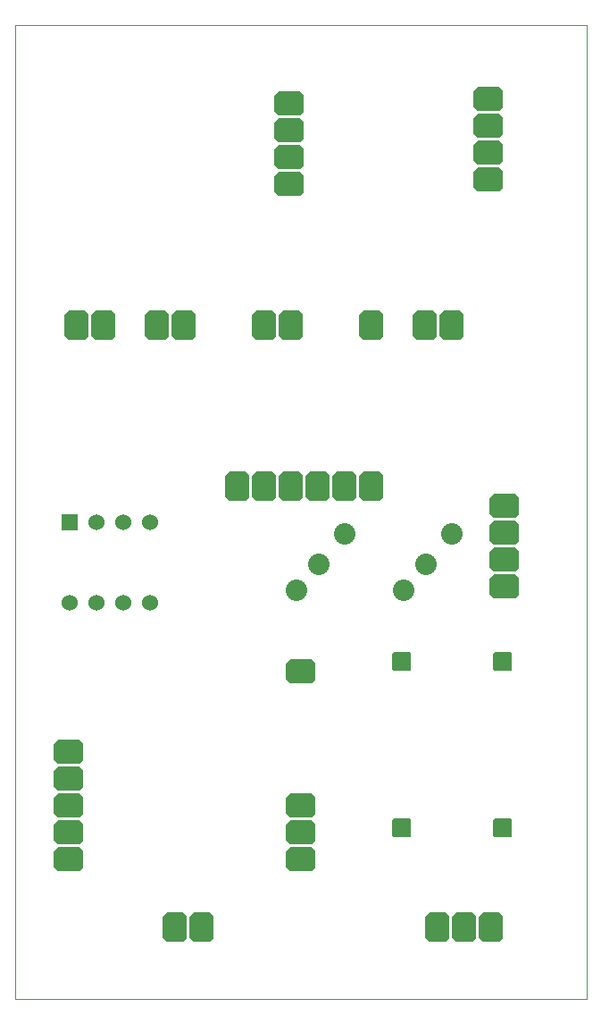
<source format=gbr>
G04 PROTEUS GERBER X2 FILE*
%TF.GenerationSoftware,Labcenter,Proteus,8.15-SP1-Build34318*%
%TF.CreationDate,2024-01-08T11:51:49+00:00*%
%TF.FileFunction,Soldermask,Bot*%
%TF.FilePolarity,Negative*%
%TF.Part,Single*%
%TF.SameCoordinates,{48404f31-340f-4c03-a89b-c5ec1aaa3b79}*%
%FSLAX45Y45*%
%MOMM*%
G01*
%AMPPAD009*
4,1,8,
-1.397000,0.763800,
-1.397000,-0.763800,
-1.017800,-1.143000,
1.017800,-1.143000,
1.397000,-0.763800,
1.397000,0.763800,
1.017800,1.143000,
-1.017800,1.143000,
-1.397000,0.763800,
0*%
%TA.AperFunction,Material*%
%ADD19PPAD009*%
%AMPPAD010*
4,1,8,
0.763800,1.397000,
-0.763800,1.397000,
-1.143000,1.017800,
-1.143000,-1.017800,
-0.763800,-1.397000,
0.763800,-1.397000,
1.143000,-1.017800,
1.143000,1.017800,
0.763800,1.397000,
0*%
%TA.AperFunction,Material*%
%ADD70PPAD010*%
%TA.AperFunction,Material*%
%ADD71C,2.032000*%
%AMPPAD012*
4,1,36,
-0.635000,-0.762000,
0.635000,-0.762000,
0.660970,-0.759470,
0.684980,-0.752200,
0.706580,-0.740650,
0.725290,-0.725290,
0.740650,-0.706570,
0.752200,-0.684980,
0.759470,-0.660970,
0.762000,-0.635000,
0.762000,0.635000,
0.759470,0.660970,
0.752200,0.684980,
0.740650,0.706570,
0.725290,0.725290,
0.706580,0.740650,
0.684980,0.752200,
0.660970,0.759470,
0.635000,0.762000,
-0.635000,0.762000,
-0.660970,0.759470,
-0.684980,0.752200,
-0.706580,0.740650,
-0.725290,0.725290,
-0.740650,0.706570,
-0.752200,0.684980,
-0.759470,0.660970,
-0.762000,0.635000,
-0.762000,-0.635000,
-0.759470,-0.660970,
-0.752200,-0.684980,
-0.740650,-0.706570,
-0.725290,-0.725290,
-0.706580,-0.740650,
-0.684980,-0.752200,
-0.660970,-0.759470,
-0.635000,-0.762000,
0*%
%TA.AperFunction,Material*%
%ADD20PPAD012*%
%ADD21C,1.524000*%
%AMPPAD014*
4,1,36,
0.889000,-0.762000,
0.889000,0.762000,
0.886470,0.787970,
0.879200,0.811980,
0.867650,0.833580,
0.852290,0.852290,
0.833570,0.867650,
0.811980,0.879200,
0.787970,0.886470,
0.762000,0.889000,
-0.762000,0.889000,
-0.787970,0.886470,
-0.811980,0.879200,
-0.833570,0.867650,
-0.852290,0.852290,
-0.867650,0.833580,
-0.879200,0.811980,
-0.886470,0.787970,
-0.889000,0.762000,
-0.889000,-0.762000,
-0.886470,-0.787970,
-0.879200,-0.811980,
-0.867650,-0.833580,
-0.852290,-0.852290,
-0.833570,-0.867650,
-0.811980,-0.879200,
-0.787970,-0.886470,
-0.762000,-0.889000,
0.762000,-0.889000,
0.787970,-0.886470,
0.811980,-0.879200,
0.833570,-0.867650,
0.852290,-0.852290,
0.867650,-0.833580,
0.879200,-0.811980,
0.886470,-0.787970,
0.889000,-0.762000,
0*%
%TA.AperFunction,Material*%
%ADD22PPAD014*%
%TA.AperFunction,Profile*%
%ADD17C,0.101600*%
%TD.AperFunction*%
D19*
X-650000Y+8490000D03*
X-650000Y+8236000D03*
X-650000Y+7982000D03*
X-650000Y+7728000D03*
X-2540000Y+8450000D03*
X-2540000Y+8196000D03*
X-2540000Y+7942000D03*
X-2540000Y+7688000D03*
D70*
X-1760000Y+4820000D03*
X-2014000Y+4820000D03*
X-2268000Y+4820000D03*
X-2522000Y+4820000D03*
X-2776000Y+4820000D03*
X-3030000Y+4820000D03*
X-4556000Y+6344000D03*
X-4300000Y+6344000D03*
X-3792000Y+6344000D03*
X-3538000Y+6344000D03*
X-2776000Y+6344000D03*
X-2522000Y+6344000D03*
X-1760000Y+6344000D03*
X-1252000Y+6344000D03*
X-998000Y+6344000D03*
D19*
X-500000Y+4634000D03*
X-500000Y+4380000D03*
X-500000Y+4126000D03*
X-500000Y+3872000D03*
D71*
X-2010000Y+4370000D03*
X-994000Y+4370000D03*
X-2260000Y+4090000D03*
X-1244000Y+4090000D03*
X-2470000Y+3840000D03*
X-1454000Y+3840000D03*
D20*
X-4620000Y+4480000D03*
D21*
X-4366000Y+4480000D03*
X-4112000Y+4480000D03*
X-3858000Y+4480000D03*
X-3858000Y+3718000D03*
X-4112000Y+3718000D03*
X-4366000Y+3718000D03*
X-4620000Y+3718000D03*
D22*
X-1470000Y+1590000D03*
X-510000Y+1590000D03*
X-510000Y+3160000D03*
X-1470000Y+3160000D03*
D19*
X-2430000Y+3070000D03*
X-2430000Y+1800000D03*
X-2430000Y+1546000D03*
X-2430000Y+1292000D03*
X-4630000Y+1292000D03*
X-4630000Y+1546000D03*
X-4630000Y+1800000D03*
X-4630000Y+2054000D03*
X-4630000Y+2308000D03*
D70*
X-620000Y+650000D03*
X-874000Y+650000D03*
X-1128000Y+650000D03*
X-3620000Y+650000D03*
X-3366000Y+650000D03*
D17*
X-5140000Y-30000D02*
X+280000Y-30000D01*
X+280000Y+9190000D01*
X-5140000Y+9190000D01*
X-5140000Y-30000D01*
M02*

</source>
